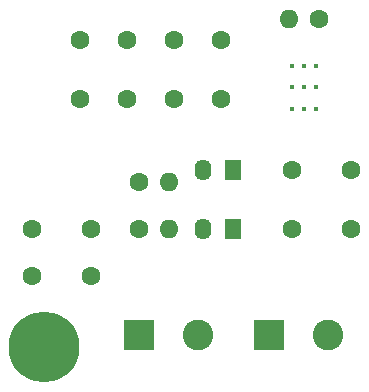
<source format=gts>
%TF.GenerationSoftware,KiCad,Pcbnew,8.0.5*%
%TF.CreationDate,2024-10-31T22:01:25+08:00*%
%TF.ProjectId,AMS1117_TP4056_Lithium_battery_charging,414d5331-3131-4375-9f54-50343035365f,rev?*%
%TF.SameCoordinates,Original*%
%TF.FileFunction,Soldermask,Top*%
%TF.FilePolarity,Negative*%
%FSLAX46Y46*%
G04 Gerber Fmt 4.6, Leading zero omitted, Abs format (unit mm)*
G04 Created by KiCad (PCBNEW 8.0.5) date 2024-10-31 22:01:25*
%MOMM*%
%LPD*%
G01*
G04 APERTURE LIST*
%ADD10R,1.400000X1.800000*%
%ADD11O,1.400000X1.800000*%
%ADD12C,1.600000*%
%ADD13O,1.600000X1.600000*%
%ADD14R,2.600000X2.600000*%
%ADD15C,2.600000*%
%ADD16C,6.000000*%
%ADD17C,0.400000*%
G04 APERTURE END LIST*
D10*
%TO.C,LED1*%
X116000000Y-120000000D03*
D11*
X113460000Y-120000000D03*
%TD*%
D12*
%TO.C,R1*%
X123245000Y-102200000D03*
D13*
X120705000Y-102200000D03*
%TD*%
D14*
%TO.C,P2*%
X108000000Y-129000000D03*
D15*
X113000000Y-129000000D03*
%TD*%
D12*
%TO.C,C1*%
X126000000Y-115000000D03*
X121000000Y-115000000D03*
%TD*%
%TO.C,C9*%
X103000000Y-104000000D03*
X103000000Y-109000000D03*
%TD*%
%TO.C,C8*%
X104000000Y-120000000D03*
X99000000Y-120000000D03*
%TD*%
D16*
%TO.C,H1*%
X100000000Y-130000000D03*
%TD*%
D12*
%TO.C,C5*%
X115000000Y-104000000D03*
X115000000Y-109000000D03*
%TD*%
%TO.C,R2*%
X108000000Y-120000000D03*
D13*
X110540000Y-120000000D03*
%TD*%
D12*
%TO.C,C10*%
X107000000Y-104000000D03*
X107000000Y-109000000D03*
%TD*%
D14*
%TO.C,P1*%
X119000000Y-129000000D03*
D15*
X124000000Y-129000000D03*
%TD*%
D12*
%TO.C,C2*%
X126000000Y-120000000D03*
X121000000Y-120000000D03*
%TD*%
%TO.C,C4*%
X111000000Y-104000000D03*
X111000000Y-109000000D03*
%TD*%
%TO.C,R5*%
X108000000Y-116000000D03*
D13*
X110540000Y-116000000D03*
%TD*%
D12*
%TO.C,C7*%
X104000000Y-124000000D03*
X99000000Y-124000000D03*
%TD*%
D10*
%TO.C,LED2*%
X116000000Y-115000000D03*
D11*
X113460000Y-115000000D03*
%TD*%
D17*
%TO.C,U1*%
X121000000Y-106150000D03*
X121000000Y-108000000D03*
X121000000Y-109850000D03*
X122000000Y-106150000D03*
X122000000Y-108000000D03*
X122000000Y-109850000D03*
X123000000Y-106150000D03*
X123000000Y-108000000D03*
X123000000Y-109850000D03*
%TD*%
M02*

</source>
